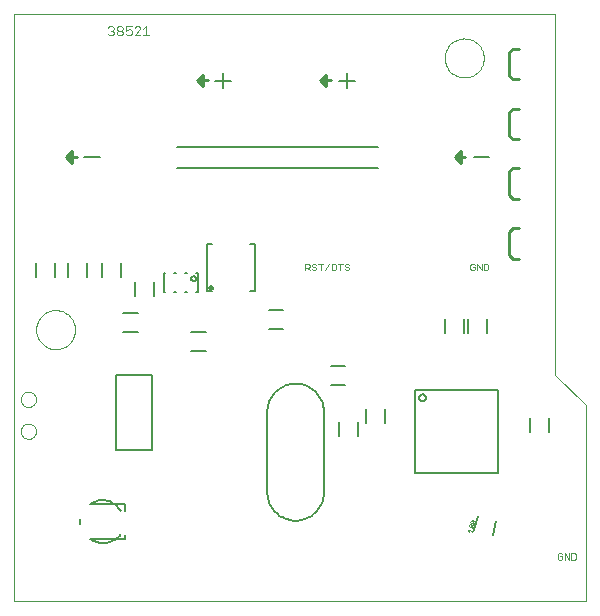
<source format=gto>
G75*
G70*
%OFA0B0*%
%FSLAX24Y24*%
%IPPOS*%
%LPD*%
%AMOC8*
5,1,8,0,0,1.08239X$1,22.5*
%
%ADD10C,0.0000*%
%ADD11C,0.0020*%
%ADD12C,0.0030*%
%ADD13C,0.0100*%
%ADD14C,0.0070*%
%ADD15C,0.0050*%
%ADD16C,0.0060*%
%ADD17C,0.0010*%
D10*
X002631Y002862D02*
X002631Y022429D01*
X020662Y022429D01*
X020662Y010421D01*
X021686Y009398D01*
X021686Y002862D01*
X002631Y002862D01*
X002847Y008532D02*
X002849Y008563D01*
X002855Y008594D01*
X002864Y008624D01*
X002877Y008653D01*
X002894Y008680D01*
X002914Y008704D01*
X002936Y008726D01*
X002962Y008745D01*
X002989Y008761D01*
X003018Y008773D01*
X003048Y008782D01*
X003079Y008787D01*
X003111Y008788D01*
X003142Y008785D01*
X003173Y008778D01*
X003203Y008768D01*
X003231Y008754D01*
X003257Y008736D01*
X003281Y008716D01*
X003302Y008692D01*
X003321Y008667D01*
X003336Y008639D01*
X003347Y008610D01*
X003355Y008579D01*
X003359Y008548D01*
X003359Y008516D01*
X003355Y008485D01*
X003347Y008454D01*
X003336Y008425D01*
X003321Y008397D01*
X003302Y008372D01*
X003281Y008348D01*
X003257Y008328D01*
X003231Y008310D01*
X003203Y008296D01*
X003173Y008286D01*
X003142Y008279D01*
X003111Y008276D01*
X003079Y008277D01*
X003048Y008282D01*
X003018Y008291D01*
X002989Y008303D01*
X002962Y008319D01*
X002936Y008338D01*
X002914Y008360D01*
X002894Y008384D01*
X002877Y008411D01*
X002864Y008440D01*
X002855Y008470D01*
X002849Y008501D01*
X002847Y008532D01*
X002847Y009595D02*
X002849Y009626D01*
X002855Y009657D01*
X002864Y009687D01*
X002877Y009716D01*
X002894Y009743D01*
X002914Y009767D01*
X002936Y009789D01*
X002962Y009808D01*
X002989Y009824D01*
X003018Y009836D01*
X003048Y009845D01*
X003079Y009850D01*
X003111Y009851D01*
X003142Y009848D01*
X003173Y009841D01*
X003203Y009831D01*
X003231Y009817D01*
X003257Y009799D01*
X003281Y009779D01*
X003302Y009755D01*
X003321Y009730D01*
X003336Y009702D01*
X003347Y009673D01*
X003355Y009642D01*
X003359Y009611D01*
X003359Y009579D01*
X003355Y009548D01*
X003347Y009517D01*
X003336Y009488D01*
X003321Y009460D01*
X003302Y009435D01*
X003281Y009411D01*
X003257Y009391D01*
X003231Y009373D01*
X003203Y009359D01*
X003173Y009349D01*
X003142Y009342D01*
X003111Y009339D01*
X003079Y009340D01*
X003048Y009345D01*
X003018Y009354D01*
X002989Y009366D01*
X002962Y009382D01*
X002936Y009401D01*
X002914Y009423D01*
X002894Y009447D01*
X002877Y009474D01*
X002864Y009503D01*
X002855Y009533D01*
X002849Y009564D01*
X002847Y009595D01*
X003359Y011917D02*
X003361Y011967D01*
X003367Y012017D01*
X003377Y012067D01*
X003390Y012115D01*
X003407Y012163D01*
X003428Y012209D01*
X003452Y012253D01*
X003480Y012295D01*
X003511Y012335D01*
X003545Y012372D01*
X003582Y012407D01*
X003621Y012438D01*
X003662Y012467D01*
X003706Y012492D01*
X003752Y012514D01*
X003799Y012532D01*
X003847Y012546D01*
X003896Y012557D01*
X003946Y012564D01*
X003996Y012567D01*
X004047Y012566D01*
X004097Y012561D01*
X004147Y012552D01*
X004195Y012540D01*
X004243Y012523D01*
X004289Y012503D01*
X004334Y012480D01*
X004377Y012453D01*
X004417Y012423D01*
X004455Y012390D01*
X004490Y012354D01*
X004523Y012315D01*
X004552Y012274D01*
X004578Y012231D01*
X004601Y012186D01*
X004620Y012139D01*
X004635Y012091D01*
X004647Y012042D01*
X004655Y011992D01*
X004659Y011942D01*
X004659Y011892D01*
X004655Y011842D01*
X004647Y011792D01*
X004635Y011743D01*
X004620Y011695D01*
X004601Y011648D01*
X004578Y011603D01*
X004552Y011560D01*
X004523Y011519D01*
X004490Y011480D01*
X004455Y011444D01*
X004417Y011411D01*
X004377Y011381D01*
X004334Y011354D01*
X004289Y011331D01*
X004243Y011311D01*
X004195Y011294D01*
X004147Y011282D01*
X004097Y011273D01*
X004047Y011268D01*
X003996Y011267D01*
X003946Y011270D01*
X003896Y011277D01*
X003847Y011288D01*
X003799Y011302D01*
X003752Y011320D01*
X003706Y011342D01*
X003662Y011367D01*
X003621Y011396D01*
X003582Y011427D01*
X003545Y011462D01*
X003511Y011499D01*
X003480Y011539D01*
X003452Y011581D01*
X003428Y011625D01*
X003407Y011671D01*
X003390Y011719D01*
X003377Y011767D01*
X003367Y011817D01*
X003361Y011867D01*
X003359Y011917D01*
X016981Y020973D02*
X016983Y021023D01*
X016989Y021073D01*
X016999Y021123D01*
X017012Y021171D01*
X017029Y021219D01*
X017050Y021265D01*
X017074Y021309D01*
X017102Y021351D01*
X017133Y021391D01*
X017167Y021428D01*
X017204Y021463D01*
X017243Y021494D01*
X017284Y021523D01*
X017328Y021548D01*
X017374Y021570D01*
X017421Y021588D01*
X017469Y021602D01*
X017518Y021613D01*
X017568Y021620D01*
X017618Y021623D01*
X017669Y021622D01*
X017719Y021617D01*
X017769Y021608D01*
X017817Y021596D01*
X017865Y021579D01*
X017911Y021559D01*
X017956Y021536D01*
X017999Y021509D01*
X018039Y021479D01*
X018077Y021446D01*
X018112Y021410D01*
X018145Y021371D01*
X018174Y021330D01*
X018200Y021287D01*
X018223Y021242D01*
X018242Y021195D01*
X018257Y021147D01*
X018269Y021098D01*
X018277Y021048D01*
X018281Y020998D01*
X018281Y020948D01*
X018277Y020898D01*
X018269Y020848D01*
X018257Y020799D01*
X018242Y020751D01*
X018223Y020704D01*
X018200Y020659D01*
X018174Y020616D01*
X018145Y020575D01*
X018112Y020536D01*
X018077Y020500D01*
X018039Y020467D01*
X017999Y020437D01*
X017956Y020410D01*
X017911Y020387D01*
X017865Y020367D01*
X017817Y020350D01*
X017769Y020338D01*
X017719Y020329D01*
X017669Y020324D01*
X017618Y020323D01*
X017568Y020326D01*
X017518Y020333D01*
X017469Y020344D01*
X017421Y020358D01*
X017374Y020376D01*
X017328Y020398D01*
X017284Y020423D01*
X017243Y020452D01*
X017204Y020483D01*
X017167Y020518D01*
X017133Y020555D01*
X017102Y020595D01*
X017074Y020637D01*
X017050Y020681D01*
X017029Y020727D01*
X017012Y020775D01*
X016999Y020823D01*
X016989Y020873D01*
X016983Y020923D01*
X016981Y020973D01*
D11*
X017874Y014116D02*
X017837Y014079D01*
X017837Y013933D01*
X017874Y013896D01*
X017947Y013896D01*
X017984Y013933D01*
X017984Y014006D01*
X017911Y014006D01*
X017984Y014079D02*
X017947Y014116D01*
X017874Y014116D01*
X018058Y014116D02*
X018205Y013896D01*
X018205Y014116D01*
X018279Y014116D02*
X018389Y014116D01*
X018426Y014079D01*
X018426Y013933D01*
X018389Y013896D01*
X018279Y013896D01*
X018279Y014116D01*
X018058Y014116D02*
X018058Y013896D01*
X013798Y013933D02*
X013762Y013896D01*
X013688Y013896D01*
X013651Y013933D01*
X013688Y014006D02*
X013762Y014006D01*
X013798Y013969D01*
X013798Y013933D01*
X013688Y014006D02*
X013651Y014043D01*
X013651Y014079D01*
X013688Y014116D01*
X013762Y014116D01*
X013798Y014079D01*
X013577Y014116D02*
X013431Y014116D01*
X013504Y014116D02*
X013504Y013896D01*
X013356Y013933D02*
X013320Y013896D01*
X013210Y013896D01*
X013210Y014116D01*
X013320Y014116D01*
X013356Y014079D01*
X013356Y013933D01*
X013135Y014116D02*
X012989Y013896D01*
X012841Y013896D02*
X012841Y014116D01*
X012768Y014116D02*
X012914Y014116D01*
X012693Y014079D02*
X012657Y014116D01*
X012583Y014116D01*
X012547Y014079D01*
X012547Y014043D01*
X012583Y014006D01*
X012657Y014006D01*
X012693Y013969D01*
X012693Y013933D01*
X012657Y013896D01*
X012583Y013896D01*
X012547Y013933D01*
X012472Y013896D02*
X012399Y013969D01*
X012436Y013969D02*
X012326Y013969D01*
X012326Y013896D02*
X012326Y014116D01*
X012436Y014116D01*
X012472Y014079D01*
X012472Y014006D01*
X012436Y013969D01*
X020787Y004470D02*
X020751Y004434D01*
X020751Y004287D01*
X020787Y004250D01*
X020861Y004250D01*
X020898Y004287D01*
X020898Y004360D01*
X020824Y004360D01*
X020898Y004434D02*
X020861Y004470D01*
X020787Y004470D01*
X020972Y004470D02*
X021119Y004250D01*
X021119Y004470D01*
X021193Y004470D02*
X021303Y004470D01*
X021340Y004434D01*
X021340Y004287D01*
X021303Y004250D01*
X021193Y004250D01*
X021193Y004470D01*
X020972Y004470D02*
X020972Y004250D01*
D12*
X007128Y021736D02*
X006934Y021736D01*
X007031Y021736D02*
X007031Y022026D01*
X006934Y021929D01*
X006833Y021929D02*
X006833Y021977D01*
X006785Y022026D01*
X006688Y022026D01*
X006640Y021977D01*
X006539Y022026D02*
X006345Y022026D01*
X006345Y021881D01*
X006442Y021929D01*
X006490Y021929D01*
X006539Y021881D01*
X006539Y021784D01*
X006490Y021736D01*
X006393Y021736D01*
X006345Y021784D01*
X006244Y021784D02*
X006196Y021736D01*
X006099Y021736D01*
X006050Y021784D01*
X006050Y021832D01*
X006099Y021881D01*
X006196Y021881D01*
X006244Y021832D01*
X006244Y021784D01*
X006196Y021881D02*
X006244Y021929D01*
X006244Y021977D01*
X006196Y022026D01*
X006099Y022026D01*
X006050Y021977D01*
X006050Y021929D01*
X006099Y021881D01*
X005949Y021929D02*
X005901Y021881D01*
X005949Y021832D01*
X005949Y021784D01*
X005901Y021736D01*
X005804Y021736D01*
X005756Y021784D01*
X005853Y021881D02*
X005901Y021881D01*
X005949Y021929D02*
X005949Y021977D01*
X005901Y022026D01*
X005804Y022026D01*
X005756Y021977D01*
X006640Y021736D02*
X006833Y021929D01*
X006833Y021736D02*
X006640Y021736D01*
D13*
X008733Y020225D02*
X008930Y020421D01*
X008930Y020225D01*
X008930Y020028D01*
X008733Y020225D01*
X008930Y020225D01*
X009087Y020225D01*
X012827Y020225D02*
X013024Y020028D01*
X013024Y020225D01*
X013024Y020421D01*
X012827Y020225D01*
X013024Y020225D01*
X013182Y020225D01*
X017316Y017666D02*
X017512Y017469D01*
X017512Y017666D01*
X017512Y017862D01*
X017316Y017666D01*
X017512Y017666D01*
X017670Y017666D01*
X019127Y017193D02*
X019127Y016406D01*
X019245Y016288D01*
X019442Y016288D01*
X019127Y017193D02*
X019245Y017311D01*
X019442Y017311D01*
X019442Y018256D02*
X019245Y018256D01*
X019127Y018374D01*
X019127Y019162D01*
X019245Y019280D01*
X019442Y019280D01*
X019442Y020264D02*
X019245Y020264D01*
X019127Y020382D01*
X019127Y021169D01*
X019245Y021288D01*
X019442Y021288D01*
X019442Y015303D02*
X019245Y015303D01*
X019127Y015185D01*
X019127Y014398D01*
X019245Y014280D01*
X019442Y014280D01*
X004717Y017666D02*
X004560Y017666D01*
X004560Y017862D01*
X004363Y017666D01*
X004560Y017469D01*
X004560Y017666D01*
X004363Y017666D01*
D14*
X004949Y017663D02*
X005476Y017663D01*
X009319Y020222D02*
X009846Y020222D01*
X009583Y020485D02*
X009583Y019958D01*
X013453Y020222D02*
X013980Y020222D01*
X013716Y020485D02*
X013716Y019958D01*
X017941Y017663D02*
X018468Y017663D01*
D15*
X014757Y017311D02*
X008064Y017311D01*
X008064Y018020D02*
X014757Y018020D01*
X010646Y014768D02*
X010489Y014768D01*
X010646Y014768D02*
X010646Y013193D01*
X010489Y013193D01*
X009229Y013193D02*
X009071Y013193D01*
X009071Y014768D01*
X009229Y014768D01*
X008749Y013815D02*
X008749Y013185D01*
X008701Y013185D01*
X008402Y013185D02*
X008327Y013185D01*
X008028Y013185D02*
X007953Y013185D01*
X007654Y013185D02*
X007607Y013185D01*
X007607Y013815D01*
X007654Y013815D01*
X007957Y013815D02*
X008024Y013815D01*
X008327Y013815D02*
X008402Y013815D01*
X008529Y013618D02*
X008531Y013636D01*
X008537Y013652D01*
X008546Y013668D01*
X008558Y013680D01*
X008573Y013690D01*
X008589Y013697D01*
X008607Y013700D01*
X008624Y013699D01*
X008641Y013694D01*
X008657Y013686D01*
X008671Y013674D01*
X008681Y013660D01*
X008689Y013644D01*
X008693Y013627D01*
X008693Y013609D01*
X008689Y013592D01*
X008681Y013576D01*
X008671Y013562D01*
X008657Y013550D01*
X008641Y013542D01*
X008624Y013537D01*
X008607Y013536D01*
X008589Y013539D01*
X008573Y013546D01*
X008558Y013556D01*
X008546Y013568D01*
X008537Y013584D01*
X008531Y013600D01*
X008529Y013618D01*
X008701Y013815D02*
X008749Y013815D01*
X009134Y013311D02*
X009136Y013325D01*
X009142Y013339D01*
X009150Y013351D01*
X009162Y013359D01*
X009176Y013365D01*
X009190Y013367D01*
X009204Y013365D01*
X009218Y013359D01*
X009230Y013351D01*
X009238Y013339D01*
X009244Y013325D01*
X009246Y013311D01*
X009244Y013297D01*
X009238Y013283D01*
X009230Y013271D01*
X009218Y013263D01*
X009204Y013257D01*
X009190Y013255D01*
X009176Y013257D01*
X009162Y013263D01*
X009150Y013271D01*
X009142Y013283D01*
X009136Y013297D01*
X009134Y013311D01*
X007237Y010421D02*
X006016Y010421D01*
X006016Y007902D01*
X007237Y007902D01*
X007237Y010421D01*
X011064Y009173D02*
X011064Y006496D01*
X011066Y006435D01*
X011072Y006375D01*
X011081Y006315D01*
X011095Y006256D01*
X011112Y006198D01*
X011133Y006141D01*
X011158Y006086D01*
X011186Y006032D01*
X011217Y005980D01*
X011252Y005931D01*
X011289Y005883D01*
X011330Y005839D01*
X011374Y005796D01*
X011420Y005757D01*
X011468Y005721D01*
X011519Y005688D01*
X011572Y005658D01*
X011626Y005632D01*
X011683Y005609D01*
X011740Y005590D01*
X011799Y005575D01*
X011858Y005563D01*
X011918Y005555D01*
X011979Y005551D01*
X012039Y005551D01*
X012100Y005555D01*
X012160Y005563D01*
X012219Y005575D01*
X012278Y005590D01*
X012335Y005609D01*
X012392Y005632D01*
X012446Y005658D01*
X012499Y005688D01*
X012550Y005721D01*
X012598Y005757D01*
X012644Y005796D01*
X012688Y005839D01*
X012729Y005883D01*
X012766Y005931D01*
X012801Y005980D01*
X012832Y006032D01*
X012860Y006086D01*
X012885Y006141D01*
X012906Y006198D01*
X012923Y006256D01*
X012937Y006315D01*
X012946Y006375D01*
X012952Y006435D01*
X012954Y006496D01*
X012953Y006457D02*
X012953Y009173D01*
X012954Y009173D02*
X012952Y009234D01*
X012946Y009294D01*
X012937Y009354D01*
X012923Y009413D01*
X012906Y009471D01*
X012885Y009528D01*
X012860Y009583D01*
X012832Y009637D01*
X012801Y009689D01*
X012766Y009738D01*
X012729Y009786D01*
X012688Y009830D01*
X012644Y009873D01*
X012598Y009912D01*
X012550Y009948D01*
X012499Y009981D01*
X012446Y010011D01*
X012392Y010037D01*
X012335Y010060D01*
X012278Y010079D01*
X012219Y010094D01*
X012160Y010106D01*
X012100Y010114D01*
X012039Y010118D01*
X011979Y010118D01*
X011918Y010114D01*
X011858Y010106D01*
X011799Y010094D01*
X011740Y010079D01*
X011683Y010060D01*
X011626Y010037D01*
X011572Y010011D01*
X011519Y009981D01*
X011468Y009948D01*
X011420Y009912D01*
X011374Y009873D01*
X011330Y009830D01*
X011289Y009786D01*
X011252Y009738D01*
X011217Y009689D01*
X011186Y009637D01*
X011158Y009583D01*
X011133Y009528D01*
X011112Y009471D01*
X011095Y009413D01*
X011081Y009354D01*
X011072Y009294D01*
X011066Y009234D01*
X011064Y009173D01*
X006312Y006112D02*
X006312Y005876D01*
X006312Y006112D02*
X005171Y006112D01*
X004816Y005600D02*
X004816Y005443D01*
X005171Y004931D02*
X006312Y004931D01*
X006312Y005088D01*
X006171Y005096D02*
X006138Y005055D01*
X006101Y005016D01*
X006062Y004980D01*
X006020Y004947D01*
X005976Y004918D01*
X005929Y004891D01*
X005882Y004868D01*
X005832Y004848D01*
X005781Y004832D01*
X005729Y004820D01*
X005677Y004812D01*
X005624Y004807D01*
X005571Y004806D01*
X005518Y004809D01*
X005465Y004816D01*
X005413Y004827D01*
X005361Y004841D01*
X005311Y004859D01*
X005263Y004881D01*
X005216Y004906D01*
X005171Y004934D01*
X005170Y006112D02*
X005214Y006139D01*
X005259Y006163D01*
X005306Y006183D01*
X005354Y006200D01*
X005404Y006213D01*
X005454Y006223D01*
X005505Y006229D01*
X005556Y006232D01*
X005607Y006231D01*
X005658Y006226D01*
X005708Y006217D01*
X005758Y006205D01*
X005807Y006190D01*
X005854Y006170D01*
X005900Y006148D01*
X005944Y006122D01*
X005986Y006093D01*
X006026Y006061D01*
X006064Y006027D01*
X006099Y005989D01*
X006131Y005950D01*
X006161Y005908D01*
X006187Y005864D01*
X016001Y007134D02*
X018757Y007134D01*
X018757Y009890D01*
X016001Y009890D01*
X016001Y007134D01*
X016126Y009654D02*
X016128Y009674D01*
X016133Y009694D01*
X016143Y009712D01*
X016155Y009729D01*
X016170Y009743D01*
X016188Y009753D01*
X016207Y009761D01*
X016227Y009765D01*
X016247Y009765D01*
X016267Y009761D01*
X016286Y009753D01*
X016304Y009743D01*
X016319Y009729D01*
X016331Y009712D01*
X016341Y009694D01*
X016346Y009674D01*
X016348Y009654D01*
X016346Y009634D01*
X016341Y009614D01*
X016331Y009596D01*
X016319Y009579D01*
X016304Y009565D01*
X016286Y009555D01*
X016267Y009547D01*
X016247Y009543D01*
X016227Y009543D01*
X016207Y009547D01*
X016188Y009555D01*
X016170Y009565D01*
X016155Y009579D01*
X016143Y009596D01*
X016133Y009614D01*
X016128Y009634D01*
X016126Y009654D01*
D16*
X014985Y009284D02*
X014985Y008811D01*
X014355Y008811D02*
X014355Y009284D01*
X014079Y008847D02*
X014079Y008374D01*
X013449Y008374D02*
X013449Y008847D01*
X013654Y010067D02*
X013182Y010067D01*
X013182Y010697D02*
X013654Y010697D01*
X011587Y011949D02*
X011115Y011949D01*
X011115Y012579D02*
X011587Y012579D01*
X009009Y011839D02*
X008536Y011839D01*
X008536Y011209D02*
X009009Y011209D01*
X007284Y013047D02*
X007284Y013520D01*
X006654Y013520D02*
X006654Y013047D01*
X006741Y012477D02*
X006268Y012477D01*
X006268Y011847D02*
X006741Y011847D01*
X006190Y013666D02*
X006190Y014138D01*
X005560Y014138D02*
X005560Y013666D01*
X005048Y013669D02*
X005048Y014142D01*
X004418Y014142D02*
X004418Y013669D01*
X003985Y013673D02*
X003985Y014146D01*
X003355Y014146D02*
X003355Y013673D01*
X016985Y012276D02*
X016985Y011803D01*
X017615Y011803D02*
X017615Y012276D01*
X017764Y012272D02*
X017764Y011799D01*
X018394Y011799D02*
X018394Y012272D01*
X019827Y008973D02*
X019827Y008500D01*
X020457Y008500D02*
X020457Y008973D01*
X018092Y005694D02*
X017970Y005238D01*
X018578Y005075D02*
X018700Y005531D01*
D17*
X017987Y005514D02*
X017974Y005466D01*
X017944Y005448D01*
X017873Y005571D01*
X017970Y005545D01*
X017987Y005514D01*
X017944Y005448D02*
X017847Y005474D01*
X017829Y005505D01*
X017842Y005553D01*
X017873Y005571D01*
X017835Y005428D02*
X017906Y005306D01*
X017936Y005323D01*
X017949Y005372D01*
X017932Y005402D01*
X017835Y005428D01*
X017804Y005411D01*
X017791Y005362D01*
X017809Y005332D01*
X017906Y005306D01*
X017918Y005254D02*
X017892Y005157D01*
X017905Y005205D02*
X017760Y005244D01*
X017795Y005183D01*
M02*

</source>
